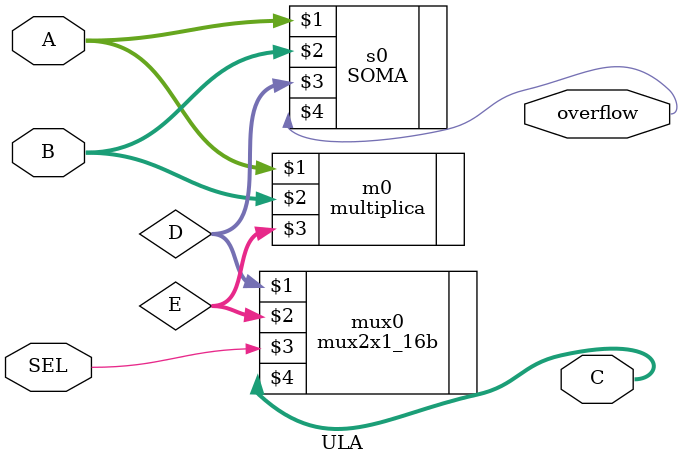
<source format=v>
`include "soma.v"
`include "multiplica.v"

module ULA( // MUX com entradas A e B e saída C;
            // Retorna C = A+B se o seletor for 0. 
            // Retorna C = A*B se o seletor for 1;
            // Retorna o sinal de overflow para a operação de soma;

    input [15:0] A,B,
    input [0:0] SEL,
    output [15:0] C,
    output [0:0] overflow

);

    wire [15:0] D,E;
    wire [0:0] F,G;
    SOMA s0(A,B,D,overflow);
    multiplica m0(A,B,E);
    mux2x1_16b mux0(D,E,SEL,C);

endmodule

</source>
